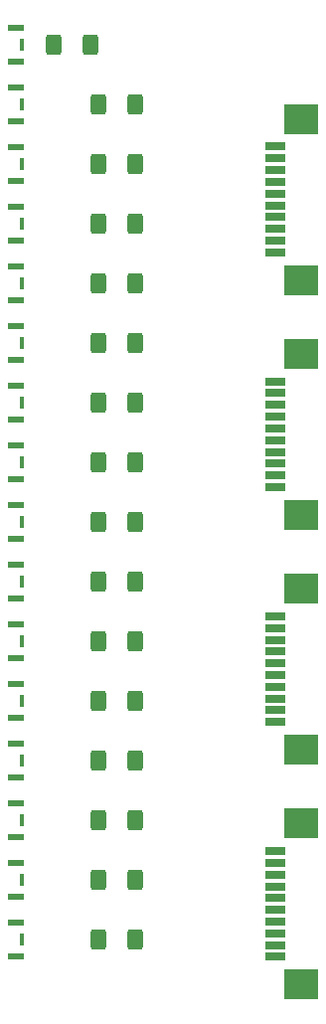
<source format=gbr>
%TF.GenerationSoftware,KiCad,Pcbnew,8.0.3-8.0.3-0~ubuntu22.04.1*%
%TF.CreationDate,2024-10-28T11:00:08+03:00*%
%TF.ProjectId,PM-LED16,504d2d4c-4544-4313-962e-6b696361645f,rev?*%
%TF.SameCoordinates,Original*%
%TF.FileFunction,Paste,Top*%
%TF.FilePolarity,Positive*%
%FSLAX46Y46*%
G04 Gerber Fmt 4.6, Leading zero omitted, Abs format (unit mm)*
G04 Created by KiCad (PCBNEW 8.0.3-8.0.3-0~ubuntu22.04.1) date 2024-10-28 11:00:08*
%MOMM*%
%LPD*%
G01*
G04 APERTURE LIST*
G04 Aperture macros list*
%AMRoundRect*
0 Rectangle with rounded corners*
0 $1 Rounding radius*
0 $2 $3 $4 $5 $6 $7 $8 $9 X,Y pos of 4 corners*
0 Add a 4 corners polygon primitive as box body*
4,1,4,$2,$3,$4,$5,$6,$7,$8,$9,$2,$3,0*
0 Add four circle primitives for the rounded corners*
1,1,$1+$1,$2,$3*
1,1,$1+$1,$4,$5*
1,1,$1+$1,$6,$7*
1,1,$1+$1,$8,$9*
0 Add four rect primitives between the rounded corners*
20,1,$1+$1,$2,$3,$4,$5,0*
20,1,$1+$1,$4,$5,$6,$7,0*
20,1,$1+$1,$6,$7,$8,$9,0*
20,1,$1+$1,$8,$9,$2,$3,0*%
G04 Aperture macros list end*
%ADD10R,1.410000X0.630000*%
%ADD11R,0.430000X1.070000*%
%ADD12RoundRect,0.250000X-0.400000X-0.625000X0.400000X-0.625000X0.400000X0.625000X-0.400000X0.625000X0*%
%ADD13R,1.803400X0.635000*%
%ADD14R,2.997200X2.590800*%
G04 APERTURE END LIST*
D10*
%TO.C,D1*%
X52131000Y-56200000D03*
X52131000Y-59040000D03*
D11*
X52621000Y-57620000D03*
%TD*%
D12*
%TO.C,R8*%
X59170000Y-93180000D03*
X62270000Y-93180000D03*
%TD*%
%TO.C,R10*%
X59170000Y-103340000D03*
X62270000Y-103340000D03*
%TD*%
D13*
%TO.C,J4*%
X74244000Y-135299991D03*
X74244000Y-134299993D03*
X74244000Y-133299995D03*
X74244000Y-132299997D03*
X74244000Y-131299999D03*
X74244000Y-130300001D03*
X74244000Y-129300003D03*
X74244000Y-128300005D03*
X74244000Y-127300007D03*
X74244000Y-126300009D03*
D14*
X76414001Y-137650002D03*
X76414001Y-123949998D03*
%TD*%
D13*
%TO.C,J1*%
X74244000Y-75299991D03*
X74244000Y-74299993D03*
X74244000Y-73299995D03*
X74244000Y-72299997D03*
X74244000Y-71299999D03*
X74244000Y-70300001D03*
X74244000Y-69300003D03*
X74244000Y-68300005D03*
X74244000Y-67300007D03*
X74244000Y-66300009D03*
D14*
X76414001Y-77650002D03*
X76414001Y-63949998D03*
%TD*%
D10*
%TO.C,D11*%
X52131000Y-107000000D03*
X52131000Y-109840000D03*
D11*
X52621000Y-108420000D03*
%TD*%
D12*
%TO.C,R1*%
X55360000Y-57620000D03*
X58460000Y-57620000D03*
%TD*%
D10*
%TO.C,D5*%
X52131000Y-76520000D03*
X52131000Y-79360000D03*
D11*
X52621000Y-77940000D03*
%TD*%
D10*
%TO.C,D14*%
X52131000Y-122240000D03*
X52131000Y-125080000D03*
D11*
X52621000Y-123660000D03*
%TD*%
D12*
%TO.C,R3*%
X59170000Y-67780000D03*
X62270000Y-67780000D03*
%TD*%
%TO.C,R13*%
X59170000Y-118580000D03*
X62270000Y-118580000D03*
%TD*%
%TO.C,R7*%
X59170000Y-88100000D03*
X62270000Y-88100000D03*
%TD*%
D10*
%TO.C,D10*%
X52131000Y-101920000D03*
X52131000Y-104760000D03*
D11*
X52621000Y-103340000D03*
%TD*%
D12*
%TO.C,R6*%
X59170000Y-83020000D03*
X62270000Y-83020000D03*
%TD*%
D13*
%TO.C,J3*%
X74244000Y-115299991D03*
X74244000Y-114299993D03*
X74244000Y-113299995D03*
X74244000Y-112299997D03*
X74244000Y-111299999D03*
X74244000Y-110300001D03*
X74244000Y-109300003D03*
X74244000Y-108300005D03*
X74244000Y-107300007D03*
X74244000Y-106300009D03*
D14*
X76414001Y-117650002D03*
X76414001Y-103949998D03*
%TD*%
D12*
%TO.C,R5*%
X59170000Y-77940000D03*
X62270000Y-77940000D03*
%TD*%
%TO.C,R12*%
X59170000Y-113500000D03*
X62270000Y-113500000D03*
%TD*%
D10*
%TO.C,D9*%
X52131000Y-96840000D03*
X52131000Y-99680000D03*
D11*
X52621000Y-98260000D03*
%TD*%
D10*
%TO.C,D6*%
X52131000Y-81600000D03*
X52131000Y-84440000D03*
D11*
X52621000Y-83020000D03*
%TD*%
D12*
%TO.C,R2*%
X59170000Y-62700000D03*
X62270000Y-62700000D03*
%TD*%
D10*
%TO.C,D2*%
X52131000Y-61280000D03*
X52131000Y-64120000D03*
D11*
X52621000Y-62700000D03*
%TD*%
D12*
%TO.C,R4*%
X59170000Y-72860000D03*
X62270000Y-72860000D03*
%TD*%
D10*
%TO.C,D7*%
X52131000Y-86680000D03*
X52131000Y-89520000D03*
D11*
X52621000Y-88100000D03*
%TD*%
D10*
%TO.C,D13*%
X52131000Y-117160000D03*
X52131000Y-120000000D03*
D11*
X52621000Y-118580000D03*
%TD*%
D10*
%TO.C,D15*%
X52131000Y-127320000D03*
X52131000Y-130160000D03*
D11*
X52621000Y-128740000D03*
%TD*%
D12*
%TO.C,R11*%
X59170000Y-108420000D03*
X62270000Y-108420000D03*
%TD*%
%TO.C,R14*%
X59170000Y-123660000D03*
X62270000Y-123660000D03*
%TD*%
D10*
%TO.C,D12*%
X52131000Y-112080000D03*
X52131000Y-114920000D03*
D11*
X52621000Y-113500000D03*
%TD*%
D10*
%TO.C,D8*%
X52131000Y-91760000D03*
X52131000Y-94600000D03*
D11*
X52621000Y-93180000D03*
%TD*%
D12*
%TO.C,R16*%
X59170000Y-133820000D03*
X62270000Y-133820000D03*
%TD*%
D10*
%TO.C,D16*%
X52131000Y-132400000D03*
X52131000Y-135240000D03*
D11*
X52621000Y-133820000D03*
%TD*%
D10*
%TO.C,D4*%
X52131000Y-71440000D03*
X52131000Y-74280000D03*
D11*
X52621000Y-72860000D03*
%TD*%
D12*
%TO.C,R15*%
X59170000Y-128740000D03*
X62270000Y-128740000D03*
%TD*%
D10*
%TO.C,D3*%
X52131000Y-66360000D03*
X52131000Y-69200000D03*
D11*
X52621000Y-67780000D03*
%TD*%
D13*
%TO.C,J2*%
X74244000Y-95299991D03*
X74244000Y-94299993D03*
X74244000Y-93299995D03*
X74244000Y-92299997D03*
X74244000Y-91299999D03*
X74244000Y-90300001D03*
X74244000Y-89300003D03*
X74244000Y-88300005D03*
X74244000Y-87300007D03*
X74244000Y-86300009D03*
D14*
X76414001Y-97650002D03*
X76414001Y-83949998D03*
%TD*%
D12*
%TO.C,R9*%
X59170000Y-98260000D03*
X62270000Y-98260000D03*
%TD*%
M02*

</source>
